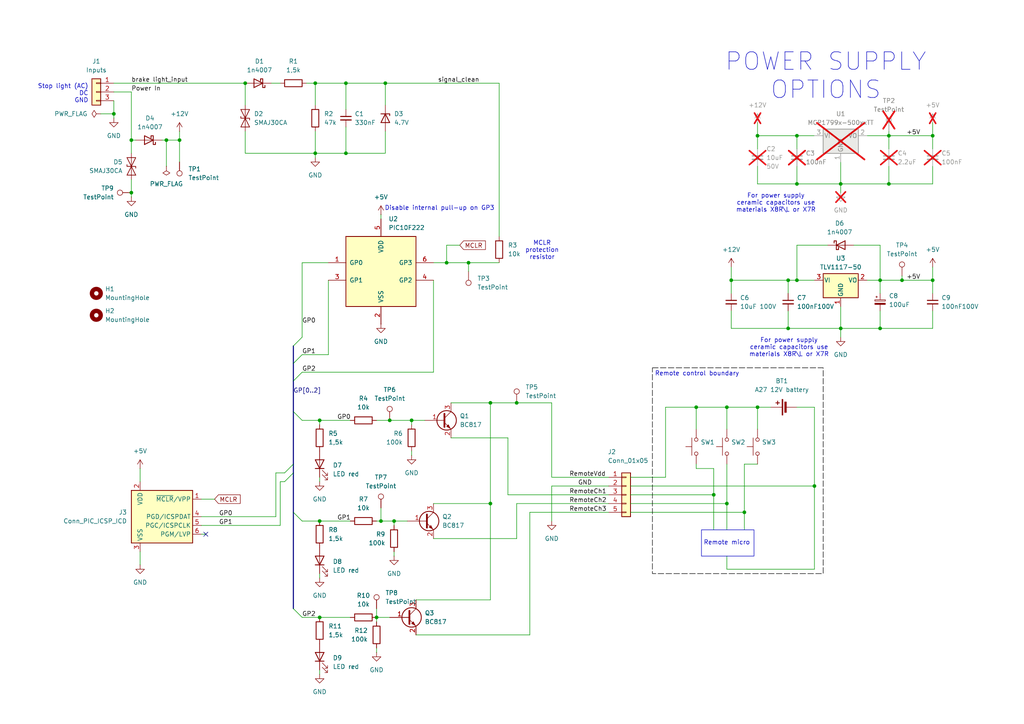
<source format=kicad_sch>
(kicad_sch (version 20231120) (generator "eeschema") (generator_version "8.0")
  (paper "A4")
  (title_block (title "BrakeTouch (Brake light gate opener)") (date "14 Mar 2025") (rev "01") (company "Adriano Arcadipane"))
  (lib_symbols
    (symbol "Connector:Conn_PIC_ICSP_ICD"
      (property "Reference" "J" (at 6.35 8.89 0))
      (property "Value" "Conn_PIC_ICSP_ICD" (at -8.89 -1.27 90))
      (symbol "Conn_PIC_ICSP_ICD_1_1"
        (pin passive line (at 12.7 5.08 180) (length 2.54) (name "~{MCLR}/VPP") (number "1"))
        (pin passive line (at -5.08 10.16 270) (length 2.54) (name "VDD") (number "2"))
        (pin power_in line (at -5.08 -10.16 90) (length 2.54) (name "VSS") (number "3"))
        (pin bidirectional line (at 12.7 0 180) (length 2.54) (name "PGD/ICSPDAT") (number "4"))
        (pin output line (at 12.7 -2.54 180) (length 2.54) (name "PGC/ICSPCLK") (number "5"))
        (pin output line (at 12.7 -5.08 180) (length 2.54) (name "PGM/LVP") (number "6"))
      )
    )
    (symbol "Connector:TestPoint" (pin_numbers hide) (pin_names (offset 0.762) hide)
      (property "Reference" "TP" (at 0 6.858 0))
      (property "Value" "TestPoint" (at 0 5.08 0))
      (symbol "TestPoint_1_1"
        (pin passive line (at 0 0 90) (length 2.54) (name "1") (number "1"))
      )
    )
    (symbol "Connector_Generic:Conn_01x03" (pin_names (offset 1.016) hide)
      (property "Reference" "J" (at 0 5.08 0))
      (property "Value" "Conn_01x03" (at 0 -5.08 0))
      (symbol "Conn_01x03_1_1"
        (pin passive line (at -5.08 2.54 0) (length 3.81) (name "Pin_1") (number "1"))
        (pin passive line (at -5.08 0 0) (length 3.81) (name "Pin_2") (number "2"))
        (pin passive line (at -5.08 -2.54 0) (length 3.81) (name "Pin_3") (number "3"))
      )
    )
    (symbol "Connector_Generic:Conn_01x05" (pin_names (offset 1.016) hide)
      (property "Reference" "J" (at 0 7.62 0))
      (property "Value" "Conn_01x05" (at 0 -7.62 0))
      (symbol "Conn_01x05_1_1"
        (pin passive line (at -5.08 5.08 0) (length 3.81) (name "Pin_1") (number "1"))
        (pin passive line (at -5.08 2.54 0) (length 3.81) (name "Pin_2") (number "2"))
        (pin passive line (at -5.08 0 0) (length 3.81) (name "Pin_3") (number "3"))
        (pin passive line (at -5.08 -2.54 0) (length 3.81) (name "Pin_4") (number "4"))
        (pin passive line (at -5.08 -5.08 0) (length 3.81) (name "Pin_5") (number "5"))
      )
    )
    (symbol "Device:Battery_Cell" (pin_numbers hide) (pin_names (offset 0) hide)
      (property "Reference" "BT" (at 2.54 2.54 0))
      (property "Value" "Battery_Cell" (at 2.54 0 0))
      (symbol "Battery_Cell_1_1"
        (pin passive line (at 0 5.08 270) (length 2.54) (name "+") (number "1"))
        (pin passive line (at 0 -2.54 90) (length 2.54) (name "-") (number "2"))
      )
    )
    (symbol "Device:C_Polarized_Small" (pin_numbers hide) (pin_names (offset 0.254) hide)
      (property "Reference" "C" (at 0.254 1.778 0))
      (property "Value" "C_Polarized_Small" (at 0.254 -2.032 0))
      (symbol "C_Polarized_Small_1_1"
        (pin passive line (at 0 2.54 270) (length 1.8542) (name "~") (number "1"))
        (pin passive line (at 0 -2.54 90) (length 1.8542) (name "~") (number "2"))
      )
    )
    (symbol "Device:C_Small" (pin_numbers hide) (pin_names (offset 0.254) hide)
      (property "Reference" "C" (at 0.254 1.778 0))
      (property "Value" "C_Small" (at 0.254 -2.032 0))
      (symbol "C_Small_1_1"
        (pin passive line (at 0 2.54 270) (length 2.032) (name "~") (number "1"))
        (pin passive line (at 0 -2.54 90) (length 2.032) (name "~") (number "2"))
      )
    )
    (symbol "Device:LED" (pin_numbers hide) (pin_names (offset 1.016) hide)
      (property "Reference" "D" (at 0 2.54 0))
      (property "Value" "LED" (at 0 -2.54 0))
      (symbol "LED_1_1"
        (pin passive line (at -3.81 0 0) (length 2.54) (name "K") (number "1"))
        (pin passive line (at 3.81 0 180) (length 2.54) (name "A") (number "2"))
      )
    )
    (symbol "Device:R" (pin_numbers hide) (pin_names (offset 0))
      (property "Reference" "R" (at 2.032 0 90))
      (property "Value" "R" (at 0 0 90))
      (symbol "R_1_1"
        (pin passive line (at 0 3.81 270) (length 1.27) (name "~") (number "1"))
        (pin passive line (at 0 -3.81 90) (length 1.27) (name "~") (number "2"))
      )
    )
    (symbol "Diode:BZV55C4V7" (pin_numbers hide) (pin_names hide)
      (property "Reference" "D" (at 0 2.54 0))
      (property "Value" "BZV55C4V7" (at 0 -2.54 0))
      (symbol "BZV55C4V7_1_1"
        (pin passive line (at -3.81 0 0) (length 2.54) (name "K") (number "1"))
        (pin passive line (at 3.81 0 180) (length 2.54) (name "A") (number "2"))
      )
    )
    (symbol "Diode:SMAJ30CA" (pin_numbers hide) (pin_names (offset 1.016) hide)
      (property "Reference" "D" (at 0 2.54 0))
      (property "Value" "SMAJ30CA" (at 0 -2.54 0))
      (symbol "SMAJ30CA_1_1"
        (pin passive line (at -3.81 0 0) (length 2.54) (name "A1") (number "1"))
        (pin passive line (at 3.81 0 180) (length 2.54) (name "A2") (number "2"))
      )
    )
    (symbol "Diode:SS210" (pin_numbers hide) (pin_names (offset 1.016) hide)
      (property "Reference" "D" (at 0 2.54 0))
      (property "Value" "SS210" (at 0 -2.54 0))
      (symbol "SS210_1_1"
        (pin passive line (at -3.81 0 0) (length 2.54) (name "K") (number "1"))
        (pin passive line (at 3.81 0 180) (length 2.54) (name "A") (number "2"))
      )
    )
    (symbol "MCU_Microchip_PIC10:PIC10F222-IOT" (pin_names (offset 1.016))
      (property "Reference" "U" (at 1.27 13.97 0))
      (property "Value" "PIC10F222-IOT" (at 1.27 11.43 0))
      (symbol "PIC10F222-IOT_1_1"
        (pin bidirectional line (at -15.24 2.54 0) (length 5.08) (name "GP0") (number "1"))
        (pin power_in line (at 0 -15.24 90) (length 5.08) (name "VSS") (number "2"))
        (pin bidirectional line (at -15.24 -2.54 0) (length 5.08) (name "GP1") (number "3"))
        (pin bidirectional line (at 15.24 -2.54 180) (length 5.08) (name "GP2") (number "4"))
        (pin power_in line (at 0 15.24 270) (length 5.08) (name "VDD") (number "5"))
        (pin input line (at 15.24 2.54 180) (length 5.08) (name "GP3") (number "6"))
      )
    )
    (symbol "Mechanical:MountingHole" (pin_names (offset 1.016)) (exclude_from_sim yes) (in_bom no)
      (property "Reference" "H" (at 0 5.08 0))
      (property "Value" "MountingHole" (at 0 3.175 0))
    )
    (symbol "Regulator_Linear:MCP1799x-500xxTT" (pin_names (offset 0.254))
      (property "Reference" "U" (at -3.81 3.175 0))
      (property "Value" "MCP1799x-500xxTT" (at 0 3.175 0))
      (symbol "MCP1799x-500xxTT_1_1"
        (pin power_in line (at 0 -7.62 90) (length 2.54) (name "GND") (number "1"))
        (pin power_out line (at 7.62 0 180) (length 2.54) (name "VO") (number "2"))
        (pin power_in line (at -7.62 0 0) (length 2.54) (name "VI") (number "3"))
      )
    )
    (symbol "Regulator_Linear:TLV1117-50" (pin_names (offset 0.254))
      (property "Reference" "U" (at -3.81 3.175 0))
      (property "Value" "TLV1117-50" (at 0 3.175 0))
      (symbol "TLV1117-50_1_1"
        (pin power_in line (at 0 -7.62 90) (length 2.54) (name "GND") (number "1"))
        (pin power_out line (at 7.62 0 180) (length 2.54) (name "VO") (number "2"))
        (pin power_in line (at -7.62 0 0) (length 2.54) (name "VI") (number "3"))
      )
    )
    (symbol "Switch:SW_MEC_5G" (pin_numbers hide) (pin_names (offset 1.016) hide)
      (property "Reference" "SW" (at 1.27 2.54 0))
      (property "Value" "SW_MEC_5G" (at 0 -1.524 0))
      (symbol "SW_MEC_5G_0_1"
        (pin passive line (at -5.08 0 0) (length 2.54) (name "A") (number "1"))
        (pin passive line (at 5.08 0 180) (length 2.54) (name "B") (number "3"))
      )
      (symbol "SW_MEC_5G_1_1"
        (pin passive line (at -5.08 0 0) (length 2.54) hide (name "A") (number "2"))
        (pin passive line (at 5.08 0 180) (length 2.54) hide (name "B") (number "4"))
      )
    )
    (symbol "Transistor_BJT:BC817" (pin_names (offset 0) hide)
      (property "Reference" "Q" (at 5.08 1.905 0))
      (property "Value" "BC817" (at 5.08 0 0))
      (symbol "BC817_1_1"
        (pin input line (at -5.08 0 0) (length 5.715) (name "B") (number "1"))
        (pin passive line (at 2.54 -5.08 90) (length 2.54) (name "E") (number "2"))
        (pin passive line (at 2.54 5.08 270) (length 2.54) (name "C") (number "3"))
      )
    )
    (symbol "power:+5V" (power) (pin_numbers hide) (pin_names (offset 0) hide)
      (property "Value" "+5V" (at 0 3.556 0))
      (symbol "+5V_1_1"
        (pin power_in line (at 0 0 90) (length 0) (name "~") (number "1"))
      )
    )
    (symbol "power:GND" (power) (pin_numbers hide) (pin_names (offset 0) hide)
      (property "Value" "GND" (at 0 -3.81 0))
      (symbol "GND_1_1"
        (pin power_in line (at 0 0 270) (length 0) (name "~") (number "1"))
      )
    )
    (symbol "power:PWR_FLAG" (power) (pin_numbers hide) (pin_names (offset 0) hide)
      (property "Value" "PWR_FLAG" (at 0 3.81 0))
      (symbol "PWR_FLAG_0_0"
        (pin power_out line (at 0 0 90) (length 0) (name "~") (number "1"))
      )
    )
  )
  (junction (at 228.6 81.28))
  (junction (at 210.82 118.11))
  (junction (at 33.02 33.02))
  (junction (at 91.44 24.13))
  (junction (at 48.26 40.64))
  (junction (at 207.01 143.51))
  (junction (at 135.89 76.2))
  (junction (at 100.33 44.45))
  (junction (at 231.14 53.34))
  (junction (at 142.24 116.84))
  (junction (at 91.44 44.45))
  (junction (at 111.76 24.13))
  (junction (at 119.38 121.92))
  (junction (at 109.22 179.07))
  (junction (at 270.51 81.28))
  (junction (at 100.33 24.13))
  (junction (at 201.93 118.11))
  (junction (at 92.71 151.13))
  (junction (at 215.9 148.59))
  (junction (at 92.71 179.07))
  (junction (at 210.82 146.05))
  (junction (at 212.09 81.28))
  (junction (at 219.71 118.11))
  (junction (at 257.81 53.34))
  (junction (at 243.84 53.34))
  (junction (at 71.12 24.13))
  (junction (at 110.49 151.13))
  (junction (at 236.22 140.97))
  (junction (at 113.03 121.92))
  (junction (at 270.51 39.37))
  (junction (at 255.27 95.25))
  (junction (at 219.71 39.37))
  (junction (at 149.86 116.84))
  (junction (at 231.14 39.37))
  (junction (at 228.6 95.25))
  (junction (at 129.54 76.2))
  (junction (at 38.1 40.64))
  (junction (at 257.81 39.37))
  (junction (at 243.84 95.25))
  (junction (at 114.3 151.13))
  (junction (at 261.62 81.28))
  (junction (at 142.24 146.05))
  (junction (at 231.14 81.28))
  (junction (at 52.07 40.64))
  (junction (at 92.71 121.92))
  (junction (at 255.27 81.28))
  (junction (at 38.1 55.88))
  (no_connect (at 59.69 154.94))
  (bus_entry (at 85.09 148.59) (size 2.54 2.54))
  (bus_entry (at 85.09 176.53) (size 2.54 2.54))
  (bus_entry (at 85.09 119.38) (size 2.54 2.54))
  (bus_entry (at 85.09 134.62) (size -2.54 2.54))
  (bus_entry (at 85.09 137.16) (size -2.54 2.54))
  (bus_entry (at 87.63 102.87) (size -2.54 2.54))
  (bus_entry (at 87.63 97.79) (size -2.54 2.54))
  (bus_entry (at 87.63 107.95) (size -2.54 2.54))
  (wire (pts (xy 109.22 179.07) (xy 109.22 180.34)))
  (wire (pts (xy 92.71 151.13) (xy 101.6 151.13)))
  (wire (pts (xy 144.78 24.13) (xy 144.78 68.58)))
  (wire (pts (xy 135.89 76.2) (xy 144.78 76.2)))
  (wire (pts (xy 243.84 53.34) (xy 257.81 53.34)))
  (wire (pts (xy 243.84 88.9) (xy 243.84 95.25)))
  (wire (pts (xy 261.62 80.01) (xy 261.62 81.28)))
  (wire (pts (xy 48.26 40.64) (xy 48.26 48.26)))
  (wire (pts (xy 176.53 140.97) (xy 160.02 140.97)))
  (wire (pts (xy 270.51 43.18) (xy 270.51 39.37)))
  (wire (pts (xy 111.76 44.45) (xy 100.33 44.45)))
  (wire (pts (xy 114.3 151.13) (xy 118.11 151.13)))
  (wire (pts (xy 210.82 146.05) (xy 210.82 153.67)))
  (wire (pts (xy 257.81 48.26) (xy 257.81 53.34)))
  (wire (pts (xy 255.27 81.28) (xy 251.46 81.28)))
  (wire (pts (xy 210.82 134.62) (xy 210.82 146.05)))
  (wire (pts (xy 236.22 140.97) (xy 236.22 165.1)))
  (wire (pts (xy 119.38 121.92) (xy 119.38 123.19)))
  (wire (pts (xy 95.25 81.28) (xy 95.25 102.87)))
  (wire (pts (xy 52.07 38.1) (xy 52.07 40.64)))
  (wire (pts (xy 109.22 151.13) (xy 110.49 151.13)))
  (wire (pts (xy 87.63 76.2) (xy 95.25 76.2)))
  (wire (pts (xy 125.73 107.95) (xy 87.63 107.95)))
  (wire (pts (xy 231.14 53.34) (xy 243.84 53.34)))
  (wire (pts (xy 257.81 38.1) (xy 257.81 39.37)))
  (wire (pts (xy 142.24 116.84) (xy 142.24 146.05)))
  (wire (pts (xy 125.73 146.05) (xy 142.24 146.05)))
  (wire (pts (xy 114.3 151.13) (xy 114.3 152.4)))
  (wire (pts (xy 142.24 146.05) (xy 142.24 173.99)))
  (wire (pts (xy 243.84 53.34) (xy 243.84 55.88)))
  (wire (pts (xy 113.03 121.92) (xy 119.38 121.92)))
  (wire (pts (xy 228.6 81.28) (xy 228.6 85.09)))
  (wire (pts (xy 160.02 116.84) (xy 149.86 116.84)))
  (wire (pts (xy 247.65 71.12) (xy 255.27 71.12)))
  (wire (pts (xy 219.71 118.11) (xy 219.71 124.46)))
  (wire (pts (xy 149.86 146.05) (xy 176.53 146.05)))
  (wire (pts (xy 149.86 156.21) (xy 125.73 156.21)))
  (wire (pts (xy 219.71 118.11) (xy 210.82 118.11)))
  (wire (pts (xy 91.44 38.1) (xy 91.44 44.45)))
  (wire (pts (xy 33.02 33.02) (xy 33.02 34.29)))
  (wire (pts (xy 215.9 148.59) (xy 215.9 153.67)))
  (wire (pts (xy 231.14 81.28) (xy 228.6 81.28)))
  (wire (pts (xy 88.9 24.13) (xy 91.44 24.13)))
  (wire (pts (xy 231.14 39.37) (xy 236.22 39.37)))
  (wire (pts (xy 91.44 24.13) (xy 100.33 24.13)))
  (wire (pts (xy 87.63 151.13) (xy 92.71 151.13)))
  (wire (pts (xy 110.49 151.13) (xy 114.3 151.13)))
  (wire (pts (xy 219.71 35.56) (xy 219.71 39.37)))
  (wire (pts (xy 92.71 179.07) (xy 101.6 179.07)))
  (wire (pts (xy 109.22 187.96) (xy 109.22 189.23)))
  (wire (pts (xy 38.1 26.67) (xy 38.1 40.64)))
  (wire (pts (xy 160.02 138.43) (xy 176.53 138.43)))
  (wire (pts (xy 215.9 134.62) (xy 215.9 148.59)))
  (wire (pts (xy 257.81 39.37) (xy 257.81 43.18)))
  (wire (pts (xy 100.33 44.45) (xy 91.44 44.45)))
  (wire (pts (xy 231.14 48.26) (xy 231.14 53.34)))
  (wire (pts (xy 100.33 36.83) (xy 100.33 44.45)))
  (wire (pts (xy 236.22 118.11) (xy 236.22 140.97)))
  (wire (pts (xy 38.1 40.64) (xy 39.37 40.64)))
  (wire (pts (xy 91.44 44.45) (xy 91.44 45.72)))
  (wire (pts (xy 228.6 95.25) (xy 243.84 95.25)))
  (bus (pts (xy 85.09 119.38) (xy 85.09 134.62)))
  (wire (pts (xy 111.76 38.1) (xy 111.76 44.45)))
  (wire (pts (xy 100.33 31.75) (xy 100.33 24.13)))
  (wire (pts (xy 270.51 90.17) (xy 270.51 95.25)))
  (wire (pts (xy 255.27 81.28) (xy 255.27 85.09)))
  (wire (pts (xy 210.82 118.11) (xy 210.82 124.46)))
  (wire (pts (xy 270.51 85.09) (xy 270.51 81.28)))
  (wire (pts (xy 91.44 24.13) (xy 91.44 30.48)))
  (wire (pts (xy 71.12 44.45) (xy 91.44 44.45)))
  (wire (pts (xy 212.09 81.28) (xy 212.09 85.09)))
  (wire (pts (xy 251.46 39.37) (xy 257.81 39.37)))
  (wire (pts (xy 270.51 77.47) (xy 270.51 81.28)))
  (bus (pts (xy 85.09 148.59) (xy 85.09 176.53)))
  (bus (pts (xy 85.09 137.16) (xy 85.09 148.59)))
  (wire (pts (xy 81.28 139.7) (xy 81.28 152.4)))
  (wire (pts (xy 29.21 33.02) (xy 33.02 33.02)))
  (wire (pts (xy 81.28 152.4) (xy 58.42 152.4)))
  (wire (pts (xy 236.22 165.1) (xy 210.82 165.1)))
  (wire (pts (xy 231.14 71.12) (xy 231.14 81.28)))
  (wire (pts (xy 59.69 154.94) (xy 58.42 154.94)))
  (wire (pts (xy 193.04 118.11) (xy 193.04 138.43)))
  (wire (pts (xy 129.54 71.12) (xy 129.54 76.2)))
  (wire (pts (xy 33.02 24.13) (xy 71.12 24.13)))
  (wire (pts (xy 58.42 144.78) (xy 62.23 144.78)))
  (wire (pts (xy 92.71 194.31) (xy 92.71 195.58)))
  (bus (pts (xy 85.09 100.33) (xy 85.09 105.41)))
  (wire (pts (xy 71.12 38.1) (xy 71.12 44.45)))
  (wire (pts (xy 48.26 40.64) (xy 52.07 40.64)))
  (wire (pts (xy 92.71 166.37) (xy 92.71 167.64)))
  (wire (pts (xy 160.02 140.97) (xy 160.02 151.13)))
  (wire (pts (xy 243.84 95.25) (xy 255.27 95.25)))
  (wire (pts (xy 270.51 81.28) (xy 261.62 81.28)))
  (bus (pts (xy 85.09 134.62) (xy 85.09 137.16)))
  (wire (pts (xy 81.28 139.7) (xy 82.55 139.7)))
  (wire (pts (xy 236.22 118.11) (xy 231.14 118.11)))
  (wire (pts (xy 87.63 179.07) (xy 92.71 179.07)))
  (wire (pts (xy 182.88 146.05) (xy 210.82 146.05)))
  (wire (pts (xy 231.14 81.28) (xy 236.22 81.28)))
  (wire (pts (xy 182.88 143.51) (xy 207.01 143.51)))
  (wire (pts (xy 243.84 95.25) (xy 243.84 97.79)))
  (wire (pts (xy 231.14 39.37) (xy 231.14 43.18)))
  (wire (pts (xy 80.01 149.86) (xy 58.42 149.86)))
  (wire (pts (xy 201.93 118.11) (xy 201.93 124.46)))
  (wire (pts (xy 212.09 77.47) (xy 212.09 81.28)))
  (wire (pts (xy 38.1 52.07) (xy 38.1 55.88)))
  (wire (pts (xy 40.64 135.89) (xy 40.64 139.7)))
  (wire (pts (xy 219.71 39.37) (xy 219.71 43.18)))
  (wire (pts (xy 125.73 81.28) (xy 125.73 107.95)))
  (wire (pts (xy 270.51 48.26) (xy 270.51 53.34)))
  (wire (pts (xy 114.3 160.02) (xy 114.3 161.29)))
  (wire (pts (xy 255.27 81.28) (xy 261.62 81.28)))
  (wire (pts (xy 120.65 184.15) (xy 153.67 184.15)))
  (wire (pts (xy 130.81 127) (xy 147.32 127)))
  (wire (pts (xy 142.24 116.84) (xy 149.86 116.84)))
  (wire (pts (xy 120.65 173.99) (xy 142.24 173.99)))
  (wire (pts (xy 130.81 116.84) (xy 142.24 116.84)))
  (wire (pts (xy 149.86 146.05) (xy 149.86 156.21)))
  (wire (pts (xy 129.54 76.2) (xy 135.89 76.2)))
  (wire (pts (xy 219.71 134.62) (xy 215.9 134.62)))
  (wire (pts (xy 182.88 140.97) (xy 236.22 140.97)))
  (wire (pts (xy 111.76 24.13) (xy 144.78 24.13)))
  (wire (pts (xy 240.03 71.12) (xy 231.14 71.12)))
  (wire (pts (xy 119.38 121.92) (xy 123.19 121.92)))
  (wire (pts (xy 87.63 76.2) (xy 87.63 97.79)))
  (wire (pts (xy 92.71 138.43) (xy 92.71 139.7)))
  (wire (pts (xy 255.27 71.12) (xy 255.27 81.28)))
  (wire (pts (xy 228.6 81.28) (xy 212.09 81.28)))
  (wire (pts (xy 38.1 40.64) (xy 38.1 44.45)))
  (bus (pts (xy 85.09 110.49) (xy 85.09 119.38)))
  (wire (pts (xy 100.33 24.13) (xy 111.76 24.13)))
  (bus (pts (xy 85.09 105.41) (xy 85.09 110.49)))
  (wire (pts (xy 52.07 46.99) (xy 52.07 40.64)))
  (wire (pts (xy 201.93 118.11) (xy 193.04 118.11)))
  (wire (pts (xy 270.51 39.37) (xy 257.81 39.37)))
  (wire (pts (xy 119.38 130.81) (xy 119.38 132.08)))
  (wire (pts (xy 223.52 118.11) (xy 219.71 118.11)))
  (wire (pts (xy 40.64 160.02) (xy 40.64 163.83)))
  (wire (pts (xy 92.71 121.92) (xy 101.6 121.92)))
  (wire (pts (xy 201.93 134.62) (xy 201.93 135.89)))
  (wire (pts (xy 257.81 53.34) (xy 270.51 53.34)))
  (wire (pts (xy 109.22 179.07) (xy 113.03 179.07)))
  (wire (pts (xy 207.01 143.51) (xy 207.01 153.67)))
  (wire (pts (xy 109.22 121.92) (xy 113.03 121.92)))
  (wire (pts (xy 87.63 121.92) (xy 92.71 121.92)))
  (wire (pts (xy 147.32 143.51) (xy 176.53 143.51)))
  (wire (pts (xy 80.01 137.16) (xy 80.01 149.86)))
  (wire (pts (xy 147.32 127) (xy 147.32 143.51)))
  (wire (pts (xy 133.35 71.12) (xy 129.54 71.12)))
  (wire (pts (xy 125.73 76.2) (xy 129.54 76.2)))
  (wire (pts (xy 48.26 40.64) (xy 46.99 40.64)))
  (wire (pts (xy 255.27 95.25) (xy 270.51 95.25)))
  (wire (pts (xy 270.51 35.56) (xy 270.51 39.37)))
  (wire (pts (xy 80.01 137.16) (xy 82.55 137.16)))
  (wire (pts (xy 110.49 147.32) (xy 110.49 151.13)))
  (wire (pts (xy 109.22 176.53) (xy 109.22 179.07)))
  (wire (pts (xy 212.09 95.25) (xy 212.09 90.17)))
  (wire (pts (xy 228.6 90.17) (xy 228.6 95.25)))
  (wire (pts (xy 71.12 24.13) (xy 71.12 30.48)))
  (wire (pts (xy 219.71 53.34) (xy 219.71 48.26)))
  (wire (pts (xy 160.02 116.84) (xy 160.02 138.43)))
  (wire (pts (xy 153.67 148.59) (xy 176.53 148.59)))
  (wire (pts (xy 38.1 55.88) (xy 38.1 57.15)))
  (wire (pts (xy 219.71 39.37) (xy 231.14 39.37)))
  (wire (pts (xy 219.71 53.34) (xy 231.14 53.34)))
  (wire (pts (xy 111.76 24.13) (xy 111.76 30.48)))
  (wire (pts (xy 87.63 102.87) (xy 95.25 102.87)))
  (wire (pts (xy 78.74 24.13) (xy 81.28 24.13)))
  (wire (pts (xy 210.82 118.11) (xy 201.93 118.11)))
  (wire (pts (xy 182.88 138.43) (xy 193.04 138.43)))
  (wire (pts (xy 38.1 26.67) (xy 33.02 26.67)))
  (wire (pts (xy 110.49 62.23) (xy 110.49 63.5)))
  (wire (pts (xy 210.82 161.29) (xy 210.82 165.1)))
  (wire (pts (xy 182.88 148.59) (xy 215.9 148.59)))
  (wire (pts (xy 92.71 121.92) (xy 92.71 123.19)))
  (wire (pts (xy 255.27 90.17) (xy 255.27 95.25)))
  (wire (pts (xy 207.01 135.89) (xy 207.01 143.51)))
  (wire (pts (xy 243.84 46.99) (xy 243.84 53.34)))
  (wire (pts (xy 201.93 135.89) (xy 207.01 135.89)))
  (wire (pts (xy 153.67 148.59) (xy 153.67 184.15)))
  (wire (pts (xy 212.09 95.25) (xy 228.6 95.25)))
  (wire (pts (xy 135.89 76.2) (xy 135.89 78.74)))
  (wire (pts (xy 33.02 29.21) (xy 33.02 33.02)))
  (rectangle (start 189.23 106.68) (end 238.76 166.37) (stroke (width 0) (type dash) (color 0 0 0 1)))
  (rectangle (start 203.454 153.67) (end 218.694 161.29))
  (text "POWER SUPPLY\nOPTIONS" (at 239.522 22.098 0) (effects (font (size 5.08 5.08))))
  (text "For power supply\nceramic capacitors use\nmaterials X8R\\L or X7R" (at 225.044 58.928 0) (effects (font (size 1.27 1.27))))
  (text "Remote control boundary" (at 202.184 108.458 0) (effects (font (size 1.27 1.27))))
  (text "For power supply\nceramic capacitors use\nmaterials X8R\\L or X7R" (at 228.854 100.838 0) (effects (font (size 1.27 1.27))))
  (text "Remote micro" (at 210.82 157.48 0) (effects (font (size 1.27 1.27))))
  (text "Disable internal pull-up on GP3" (at 127.508 60.452 0) (effects (font (size 1.27 1.27))))
  (text "MCLR\nprotection\nresistor" (at 157.226 72.644 0) (effects (font (size 1.27 1.27))))
  (text "Stop light (AC)\nDC\nGND" (at 25.654 27.178 0) (effects (font (size 1.27 1.27)) (justify right)))
  (label "GP2" (at 87.63 107.95 0))
  (label "GP1" (at 63.5 152.4 0))
  (label "RemoteCh3" (at 165.1 148.59 0))
  (label "Power In" (at 38.1 26.67 0))
  (label "RemoteCh1" (at 165.1 143.51 0))
  (label "RemoteCh2" (at 165.1 146.05 0))
  (label "GP1" (at 87.63 102.87 0))
  (label "RemoteVdd" (at 165.1 138.43 0))
  (label "GP0" (at 87.63 93.98 0))
  (label "GP0" (at 97.79 121.92 0))
  (label "GP[0..2]" (at 85.09 114.3 0))
  (label "brake light_input" (at 38.1 24.13 0))
  (label "+5V" (at 262.89 81.28 0))
  (label "GP0" (at 63.5 149.86 0))
  (label "+5V" (at 262.89 39.37 0))
  (label "GP2" (at 87.63 179.07 0))
  (label "signal_clean" (at 127 24.13 0))
  (label "GP1" (at 97.79 151.13 0))
  (label "GND" (at 167.64 140.97 0))
  (global_label "MCLR" (shape input) (at 62.23 144.78 0) (property "Intersheetrefs" "${INTERSHEET_REFS}" (effects (hide yes))))
  (global_label "MCLR" (shape input) (at 133.35 71.12 0) (property "Intersheetrefs" "${INTERSHEET_REFS}" (effects (hide yes))))
  (symbol (lib_id "power:GND") (at 243.84 97.79 0) (unit 1)
    (property "Reference" "#PWR013" (effects (hide yes)))
    (property "Value" "GND" (at 243.84 102.87 0))
    (property "Description" "Power symbol creates a global label with name \"GND\" , ground" (effects (hide yes)))
  )
  (symbol (lib_id "Device:R") (at 85.09 24.13 270) (unit 1)
    (property "Reference" "R1" (at 85.09 17.78 90))
    (property "Value" "1,5k" (at 85.09 20.32 90))
    (property "Footprint" "Resistor_SMD:R_0805_2012Metric" (effects (hide yes)))
    (property "Datasheet" "https://jlcpcb.com/api/file/downloadByFileSystemAccessId/8579706440690286592" (effects (hide yes)))
    (property "Description" "Resistor" (effects (hide yes)))
    (property "P/N" "0805W8F1501T5E" (effects (hide yes)))
  )
  (symbol (lib_id "Device:R") (at 105.41 179.07 90) (unit 1)
    (property "Reference" "R10" (at 105.41 172.72 90))
    (property "Value" "10k" (at 105.41 175.26 90))
    (property "Footprint" "Resistor_SMD:R_0805_2012Metric" (effects (hide yes)))
    (property "Datasheet" "https://jlcpcb.com/api/file/downloadByFileSystemAccessId/8579706440690286592" (effects (hide yes)))
    (property "Description" "Resistor" (effects (hide yes)))
    (property "P/N" "0805W8F1002T5E" (effects (hide yes)))
  )
  (symbol (lib_id "Device:C_Small") (at 257.81 45.72 0) (unit 1) (exclude_from_sim yes) (in_bom no) (on_board no) (dnp yes)
    (property "Reference" "C4" (at 260.35 44.4562 0) (effects (justify left)))
    (property "Value" "2.2uF" (at 260.35 46.9962 0) (effects (justify left)))
    (property "Footprint" "Capacitor_SMD:C_0805_2012Metric" (effects (hide yes)))
    (property "Datasheet" "Samsung" (effects (hide yes)))
    (property "Description" "Unpolarized capacitor, small symbol" (effects (hide yes)))
    (property "P/N" "CL21A225KBQNNNE" (effects (hide yes)))
  )
  (symbol (lib_id "Mechanical:MountingHole") (at 27.94 85.09 0) (unit 1) (exclude_from_sim yes) (in_bom no)
    (property "Reference" "H1" (at 30.48 83.8199 0) (effects (justify left)))
    (property "Value" "MountingHole" (at 30.48 86.3599 0) (effects (justify left)))
    (property "Footprint" "MountingHole:MountingHole_3.2mm_M3" (effects (hide yes)))
    (property "Description" "Mounting Hole without connection" (effects (hide yes)))
  )
  (symbol (lib_id "Device:C_Small") (at 212.09 87.63 0) (unit 1)
    (property "Reference" "C6" (at 214.63 86.3662 0) (effects (justify left)))
    (property "Value" "10uF 100V" (at 214.63 88.9062 0) (effects (justify left)))
    (property "Footprint" "Capacitor_SMD:C_1210_3225Metric" (effects (hide yes)))
    (property "Datasheet" "https://www.lcsc.com/datasheet/lcsc_datasheet_2410121942_Murata-Electronics-GRM32EC72A106KE05L_C576517.pdf" (effects (hide yes)))
    (property "Description" "Unpolarized capacitor, small symbol" (effects (hide yes)))
    (property "P/N" "GRM32EC72A106KE05L" (effects (hide yes)))
  )
  (symbol (lib_id "Connector_Generic:Conn_01x05") (at 181.61 143.51 0) (unit 1)
    (property "Reference" "J2" (at 176.276 131.064 0) (effects (justify left)))
    (property "Value" "Conn_01x05" (at 176.276 133.604 0) (effects (justify left)))
    (property "Footprint" "Connector_PinHeader_2.54mm:PinHeader_1x05_P2.54mm_Vertical" (effects (hide yes)))
    (property "Description" "Generic connector, single row, 01x05, script generated (kicad-library-utils/schlib/autogen/connector/)" (effects (hide yes)))
    (property "P/N" "PinHeader_1x05_P2.54mm_Vertical" (effects (hide yes)))
  )
  (symbol (lib_id "Device:LED") (at 92.71 190.5 90) (unit 1)
    (property "Reference" "D9" (at 96.52 190.8174 90) (effects (justify right)))
    (property "Value" "LED red" (at 96.52 193.3574 90) (effects (justify right)))
    (property "Footprint" "LED_SMD:LED_0805_2012Metric" (effects (hide yes)))
    (property "Datasheet" "https://www.lcsc.com/datasheet/lcsc_datasheet_2409272203_Foshan-NationStar-Optoelectronics-NCD0805R1_C84256.pdf" (effects (hide yes)))
    (property "Description" "Light emitting diode" (effects (hide yes)))
    (property "P/N" "NCD0805R1" (effects (hide yes)))
  )
  (symbol (lib_id "Device:C_Polarized_Small") (at 255.27 87.63 0) (unit 1)
    (property "Reference" "C8" (at 257.81 85.8138 0) (effects (justify left)))
    (property "Value" "100uF" (at 257.81 88.3538 0) (effects (justify left)))
    (property "Footprint" "Capacitor_SMD:CP_Elec_6.3x7.7" (effects (hide yes)))
    (property "Datasheet" "https://www.lcsc.com/datasheet/lcsc_datasheet_2410121622_NCC-Nippon-Chemi-Con-EMZA350ARA101MF80G_C2972719.pdf" (effects (hide yes)))
    (property "Description" "Polarized capacitor, small symbol" (effects (hide yes)))
    (property "P/N" "EMZA350ARA101MF80G" (effects (hide yes)))
  )
  (symbol (lib_id "Connector:TestPoint") (at 52.07 46.99 180) (unit 1)
    (property "Reference" "TP1" (at 54.61 49.0219 0) (effects (justify right)))
    (property "Value" "TestPoint" (at 54.61 51.5619 0) (effects (justify right)))
    (property "Footprint" "AA_MyLibrary:My-TestPoint_Pad_D1.0mm" (effects (hide yes)))
    (property "Description" "test point" (effects (hide yes)))
  )
  (symbol (lib_id "Device:Battery_Cell") (at 228.6 118.11 90) (unit 1) (in_bom no) (on_board no)
    (property "Reference" "BT1" (at 226.7585 110.49 90))
    (property "Value" "A27 12V battery" (at 226.7585 113.03 90))
    (property "Description" "Single-cell battery" (effects (hide yes)))
  )
  (symbol (lib_id "Transistor_BJT:BC817") (at 118.11 179.07 0) (unit 1)
    (property "Reference" "Q3" (at 123.19 177.7999 0) (effects (justify left)))
    (property "Value" "BC817" (at 123.19 180.3399 0) (effects (justify left)))
    (property "Footprint" "Package_TO_SOT_SMD:SOT-23" (effects (hide yes)))
    (property "Datasheet" "https://www.onsemi.com/pub/Collateral/BC818-D.pdf" (effects (hide yes)))
    (property "Description" "0.8A Ic, 45V Vce, NPN Transistor, SOT-23" (effects (hide yes)))
    (property "P/N" "BC817" (effects (hide yes)))
  )
  (symbol (lib_id "Diode:SMAJ30CA") (at 38.1 48.26 90) (unit 1)
    (property "Reference" "D5" (at 35.56 46.9899 90) (effects (justify left)))
    (property "Value" "SMAJ30CA" (at 35.56 49.5299 90) (effects (justify left)))
    (property "Footprint" "Diode_SMD:D_SMA" (effects (hide yes)))
    (property "Datasheet" "https://www.littelfuse.com/media?resourcetype=datasheets&itemid=75e32973-b177-4ee3-a0ff-cedaf1abdb93&filename=smaj-datasheet" (effects (hide yes)))
    (property "Description" "400W bidirectional Transient Voltage Suppressor, 30.0Vr, SMA(DO-214AC)" (effects (hide yes)))
    (property "P/N" "SMAJ30CA" (effects (hide yes)))
  )
  (symbol (lib_id "power:+5V") (at 110.49 62.23 0) (unit 1)
    (property "Reference" "#PWR05" (effects (hide yes)))
    (property "Value" "+5V" (at 110.49 57.15 0))
    (property "Description" "Power symbol creates a global label with name \"+5V\"" (effects (hide yes)))
  )
  (symbol (lib_id "power:+5V") (at 212.09 77.47 0) (unit 1)
    (property "Reference" "#PWR010" (effects (hide yes)))
    (property "Value" "+12V" (at 212.09 72.39 0))
    (property "Description" "Power symbol creates a global label with name \"+5V\"" (effects (hide yes)))
  )
  (symbol (lib_id "Device:R") (at 92.71 127 0) (unit 1)
    (property "Reference" "R5" (at 95.25 125.7299 0) (effects (justify left)))
    (property "Value" "1,5k" (at 95.25 128.2699 0) (effects (justify left)))
    (property "Footprint" "Resistor_SMD:R_0805_2012Metric" (effects (hide yes)))
    (property "Datasheet" "https://jlcpcb.com/api/file/downloadByFileSystemAccessId/8579706440690286592" (effects (hide yes)))
    (property "Description" "Resistor" (effects (hide yes)))
    (property "P/N" "0805W8F1501T5E" (effects (hide yes)))
  )
  (symbol (lib_id "MCU_Microchip_PIC10:PIC10F222-IOT") (at 110.49 78.74 0) (unit 1)
    (property "Reference" "U2" (at 112.6841 63.5 0) (effects (justify left)))
    (property "Value" "PIC10F222" (at 112.6841 66.04 0) (effects (justify left)))
    (property "Footprint" "Package_TO_SOT_SMD:SOT-23-6" (effects (hide yes)))
    (property "Datasheet" "http://ww1.microchip.com/downloads/en/DeviceDoc/41270E.pdf" (effects (hide yes)))
    (property "Description" "512W Flash, 24B SRAM, SOT-23-6" (effects (hide yes)))
    (property "P/N" " PIC10F222T-E/OT" (effects (hide yes)))
  )
  (symbol (lib_id "power:GND") (at 109.22 189.23 0) (unit 1)
    (property "Reference" "#PWR020" (effects (hide yes)))
    (property "Value" "GND" (at 109.22 194.31 0))
    (property "Description" "Power symbol creates a global label with name \"GND\" , ground" (effects (hide yes)))
  )
  (symbol (lib_id "power:PWR_FLAG") (at 48.26 48.26 180) (unit 1)
    (property "Reference" "#FLG02" (effects (hide yes)))
    (property "Value" "PWR_FLAG" (at 48.26 53.34 0))
    (property "Description" "Special symbol for telling ERC where power comes from" (effects (hide yes)))
  )
  (symbol (lib_id "power:GND") (at 114.3 161.29 0) (unit 1)
    (property "Reference" "#PWR017" (effects (hide yes)))
    (property "Value" "GND" (at 114.3 166.37 0))
    (property "Description" "Power symbol creates a global label with name \"GND\" , ground" (effects (hide yes)))
  )
  (symbol (lib_id "Device:C_Small") (at 231.14 45.72 0) (unit 1) (exclude_from_sim yes) (in_bom no) (on_board no) (dnp yes)
    (property "Reference" "C3" (at 233.68 44.4562 0) (effects (justify left)))
    (property "Value" "100nF" (at 233.68 46.9962 0) (effects (justify left)))
    (property "Footprint" "Capacitor_SMD:C_0805_2012Metric" (effects (hide yes)))
    (property "Datasheet" "Samsung CL21B104KCFNNNE" (effects (hide yes)))
    (property "Description" "Unpolarized capacitor, small symbol" (effects (hide yes)))
  )
  (symbol (lib_id "Diode:SS210") (at 74.93 24.13 180) (unit 1)
    (property "Reference" "D1" (at 75.2475 17.78 0))
    (property "Value" "1n4007" (at 75.2475 20.32 0))
    (property "Footprint" "AA_MyLibrary:D_SOD-123FL" (effects (hide yes)))
    (property "Datasheet" "https://www.lcsc.com/datasheet/lcsc_datasheet_2410121951_TWGMC-1N4007_C727082.pdf" (effects (hide yes)))
    (property "Description" "Diode" (effects (hide yes)))
    (property "P/N" "1N4007" (effects (hide yes)))
  )
  (symbol (lib_id "power:GND") (at 38.1 57.15 0) (unit 1)
    (property "Reference" "#PWR04" (effects (hide yes)))
    (property "Value" "GND" (at 38.1 62.23 0))
    (property "Description" "Power symbol creates a global label with name \"GND\" , ground" (effects (hide yes)))
  )
  (symbol (lib_id "power:GND") (at 92.71 167.64 0) (unit 1)
    (property "Reference" "#PWR019" (effects (hide yes)))
    (property "Value" "GND" (at 92.71 172.72 0))
    (property "Description" "Power symbol creates a global label with name \"GND\" , ground" (effects (hide yes)))
  )
  (symbol (lib_id "Mechanical:MountingHole") (at 27.94 91.44 0) (unit 1) (exclude_from_sim yes) (in_bom no)
    (property "Reference" "H2" (at 30.48 90.1699 0) (effects (justify left)))
    (property "Value" "MountingHole" (at 30.48 92.7099 0) (effects (justify left)))
    (property "Footprint" "MountingHole:MountingHole_3.2mm_M3" (effects (hide yes)))
    (property "Description" "Mounting Hole without connection" (effects (hide yes)))
  )
  (symbol (lib_id "power:GND") (at 33.02 34.29 0) (unit 1)
    (property "Reference" "#PWR01" (effects (hide yes)))
    (property "Value" "GND" (at 33.02 39.37 0))
    (property "Description" "Power symbol creates a global label with name \"GND\" , ground" (effects (hide yes)))
  )
  (symbol (lib_id "Connector:TestPoint") (at 261.62 80.01 0) (unit 1)
    (property "Reference" "TP4" (at 261.62 71.12 0))
    (property "Value" "TestPoint" (at 261.62 73.66 0))
    (property "Footprint" "AA_MyLibrary:My-TestPoint_Pad_D1.0mm" (effects (hide yes)))
    (property "Description" "test point" (effects (hide yes)))
  )
  (symbol (lib_id "power:GND") (at 119.38 132.08 0) (unit 1)
    (property "Reference" "#PWR014" (effects (hide yes)))
    (property "Value" "GND" (at 119.38 137.16 0))
    (property "Description" "Power symbol creates a global label with name \"GND\" , ground" (effects (hide yes)))
  )
  (symbol (lib_id "Device:C_Small") (at 100.33 34.29 0) (unit 1)
    (property "Reference" "C1" (at 102.87 33.0262 0) (effects (justify left)))
    (property "Value" "330nF" (at 102.87 35.5662 0) (effects (justify left)))
    (property "Footprint" "Capacitor_SMD:C_0805_2012Metric" (effects (hide yes)))
    (property "Datasheet" "https://www.lcsc.com/datasheet/lcsc_datasheet_1810191226_Samsung-Electro-Mechanics-CL21B334KBFNNNE_C73142.pdf" (effects (hide yes)))
    (property "Description" "Unpolarized capacitor, small symbol" (effects (hide yes)))
    (property "P/N" "CL21B334KBFNNNE" (effects (hide yes)))
  )
  (symbol (lib_id "power:GND") (at 243.84 55.88 0) (unit 1) (exclude_from_sim yes) (in_bom no) (on_board no) (dnp yes)
    (property "Reference" "#PWR08" (effects (hide yes)))
    (property "Value" "GND" (at 243.84 60.96 0))
    (property "Description" "Power symbol creates a global label with name \"GND\" , ground" (effects (hide yes)))
  )
  (symbol (lib_id "Regulator_Linear:TLV1117-50") (at 243.84 81.28 0) (unit 1)
    (property "Reference" "U3" (at 243.84 74.93 0))
    (property "Value" "TLV1117-50" (at 243.84 77.47 0))
    (property "Footprint" "Package_TO_SOT_SMD:SOT-223-3_TabPin2" (effects (hide yes)))
    (property "Datasheet" "http://www.ti.com/lit/ds/symlink/tlv1117.pdf" (effects (hide yes)))
    (property "Description" "800mA Low-Dropout Linear Regulator, 5.0V fixed output, TO-220/TO-252/TO-263/SOT-223" (effects (hide yes)))
    (property "P/N" "TLV1117-50IDCY" (effects (hide yes)))
  )
  (symbol (lib_id "Device:C_Small") (at 270.51 45.72 0) (unit 1) (exclude_from_sim yes) (in_bom no) (on_board no) (dnp yes)
    (property "Reference" "C5" (at 273.05 44.4562 0) (effects (justify left)))
    (property "Value" "100nF" (at 273.05 46.9962 0) (effects (justify left)))
    (property "Footprint" "Capacitor_SMD:C_0805_2012Metric" (effects (hide yes)))
    (property "Datasheet" "Samsung CL21B104KCFNNNE" (effects (hide yes)))
    (property "Description" "Unpolarized capacitor, small symbol" (effects (hide yes)))
  )
  (symbol (lib_id "Connector:TestPoint") (at 149.86 116.84 0) (unit 1)
    (property "Reference" "TP5" (at 152.4 112.2679 0) (effects (justify left)))
    (property "Value" "TestPoint" (at 152.4 114.8079 0) (effects (justify left)))
    (property "Footprint" "AA_MyLibrary:My-TestPoint_Pad_D1.0mm" (effects (hide yes)))
    (property "Description" "test point" (effects (hide yes)))
  )
  (symbol (lib_id "Switch:SW_MEC_5G") (at 219.71 129.54 90) (unit 1) (in_bom no) (on_board no)
    (property "Reference" "SW3" (at 220.98 128.2699 90) (effects (justify right)))
    (property "Value" "SW_MEC_5G" (effects (hide yes)))
    (property "Datasheet" "http://www.apem.com/int/index.php?controller=attachment&id_attachment=488" (effects (hide yes)))
    (property "Description" "MEC 5G single pole normally-open tactile switch" (effects (hide yes)))
  )
  (symbol (lib_id "Regulator_Linear:MCP1799x-500xxTT") (at 243.84 39.37 0) (unit 1) (exclude_from_sim yes) (in_bom no) (on_board no) (dnp yes)
    (property "Reference" "U1" (at 243.84 33.02 0))
    (property "Value" "MCP1799x-500xxTT" (at 243.84 35.56 0))
    (property "Footprint" "Package_TO_SOT_SMD:SOT-23-6" (effects (hide yes)))
    (property "Datasheet" "https://ww1.microchip.com/downloads/en/DeviceDoc/MCP1799-Data-Sheet-20006248A.pdf" (effects (hide yes)))
    (property "Description" "80 mA High-Voltage Automotive LDO, 5V output, SOT-23" (effects (hide yes)))
  )
  (symbol (lib_id "Diode:SMAJ30CA") (at 71.12 34.29 90) (unit 1)
    (property "Reference" "D2" (at 73.66 33.0199 90) (effects (justify right)))
    (property "Value" "SMAJ30CA" (at 73.66 35.5599 90) (effects (justify right)))
    (property "Footprint" "Diode_SMD:D_SMA" (effects (hide yes)))
    (property "Datasheet" "https://www.littelfuse.com/media?resourcetype=datasheets&itemid=75e32973-b177-4ee3-a0ff-cedaf1abdb93&filename=smaj-datasheet" (effects (hide yes)))
    (property "Description" "400W bidirectional Transient Voltage Suppressor, 30.0Vr, SMA(DO-214AC)" (effects (hide yes)))
    (property "P/N" "SMAJ30CA" (effects (hide yes)))
  )
  (symbol (lib_id "Transistor_BJT:BC817") (at 123.19 151.13 0) (unit 1)
    (property "Reference" "Q2" (at 128.27 149.8599 0) (effects (justify left)))
    (property "Value" "BC817" (at 128.27 152.3999 0) (effects (justify left)))
    (property "Footprint" "Package_TO_SOT_SMD:SOT-23" (effects (hide yes)))
    (property "Datasheet" "https://www.onsemi.com/pub/Collateral/BC818-D.pdf" (effects (hide yes)))
    (property "Description" "0.8A Ic, 45V Vce, NPN Transistor, SOT-23" (effects (hide yes)))
    (property "P/N" "BC817" (effects (hide yes)))
  )
  (symbol (lib_id "power:GND") (at 91.44 45.72 0) (unit 1)
    (property "Reference" "#PWR03" (effects (hide yes)))
    (property "Value" "GND" (at 91.44 50.8 0))
    (property "Description" "Power symbol creates a global label with name \"GND\" , ground" (effects (hide yes)))
  )
  (symbol (lib_id "Device:R") (at 105.41 151.13 90) (unit 1)
    (property "Reference" "R7" (at 105.41 144.78 90))
    (property "Value" "10k" (at 105.41 147.32 90))
    (property "Footprint" "Resistor_SMD:R_0805_2012Metric" (effects (hide yes)))
    (property "Datasheet" "https://jlcpcb.com/api/file/downloadByFileSystemAccessId/8579706440690286592" (effects (hide yes)))
    (property "Description" "Resistor" (effects (hide yes)))
    (property "P/N" "0805W8F1002T5E" (effects (hide yes)))
  )
  (symbol (lib_id "power:GND") (at 92.71 195.58 0) (unit 1)
    (property "Reference" "#PWR021" (effects (hide yes)))
    (property "Value" "GND" (at 92.71 200.66 0))
    (property "Description" "Power symbol creates a global label with name \"GND\" , ground" (effects (hide yes)))
  )
  (symbol (lib_id "Device:R") (at 91.44 34.29 0) (unit 1)
    (property "Reference" "R2" (at 93.98 33.0199 0) (effects (justify left)))
    (property "Value" "47k" (at 93.98 35.5599 0) (effects (justify left)))
    (property "Footprint" "Resistor_SMD:R_0805_2012Metric" (effects (hide yes)))
    (property "Datasheet" "https://jlcpcb.com/api/file/downloadByFileSystemAccessId/8579706440690286592" (effects (hide yes)))
    (property "Description" "Resistor" (effects (hide yes)))
    (property "P/N" "0805W8F4702T5E" (effects (hide yes)))
  )
  (symbol (lib_id "Device:R") (at 105.41 121.92 90) (unit 1)
    (property "Reference" "R4" (at 105.41 115.57 90))
    (property "Value" "10k" (at 105.41 118.11 90))
    (property "Footprint" "Resistor_SMD:R_0805_2012Metric" (effects (hide yes)))
    (property "Datasheet" "https://jlcpcb.com/api/file/downloadByFileSystemAccessId/8579706440690286592" (effects (hide yes)))
    (property "Description" "Resistor" (effects (hide yes)))
    (property "P/N" "0805W8F1002T5E" (effects (hide yes)))
  )
  (symbol (lib_id "Device:LED") (at 92.71 162.56 90) (unit 1)
    (property "Reference" "D8" (at 96.52 162.8774 90) (effects (justify right)))
    (property "Value" "LED red" (at 96.52 165.4174 90) (effects (justify right)))
    (property "Footprint" "LED_SMD:LED_0805_2012Metric" (effects (hide yes)))
    (property "Datasheet" "https://www.lcsc.com/datasheet/lcsc_datasheet_2409272203_Foshan-NationStar-Optoelectronics-NCD0805R1_C84256.pdf" (effects (hide yes)))
    (property "Description" "Light emitting diode" (effects (hide yes)))
    (property "P/N" "NCD0805R1" (effects (hide yes)))
  )
  (symbol (lib_id "Transistor_BJT:BC817") (at 128.27 121.92 0) (unit 1)
    (property "Reference" "Q1" (at 133.35 120.6499 0) (effects (justify left)))
    (property "Value" "BC817" (at 133.35 123.1899 0) (effects (justify left)))
    (property "Footprint" "Package_TO_SOT_SMD:SOT-23" (effects (hide yes)))
    (property "Datasheet" "https://www.onsemi.com/pub/Collateral/BC818-D.pdf" (effects (hide yes)))
    (property "Description" "0.8A Ic, 45V Vce, NPN Transistor, SOT-23" (effects (hide yes)))
    (property "P/N" "BC817" (effects (hide yes)))
  )
  (symbol (lib_id "Device:R") (at 92.71 182.88 0) (unit 1)
    (property "Reference" "R11" (at 95.25 181.6099 0) (effects (justify left)))
    (property "Value" "1,5k" (at 95.25 184.1499 0) (effects (justify left)))
    (property "Footprint" "Resistor_SMD:R_0805_2012Metric" (effects (hide yes)))
    (property "Datasheet" "https://jlcpcb.com/api/file/downloadByFileSystemAccessId/8579706440690286592" (effects (hide yes)))
    (property "Description" "Resistor" (effects (hide yes)))
    (property "P/N" "0805W8F1501T5E" (effects (hide yes)))
  )
  (symbol (lib_id "power:GND") (at 92.71 139.7 0) (unit 1)
    (property "Reference" "#PWR016" (effects (hide yes)))
    (property "Value" "GND" (at 92.71 144.78 0))
    (property "Description" "Power symbol creates a global label with name \"GND\" , ground" (effects (hide yes)))
  )
  (symbol (lib_id "power:+5V") (at 270.51 35.56 0) (unit 1) (exclude_from_sim yes) (in_bom no) (on_board no) (dnp yes)
    (property "Reference" "#PWR07" (effects (hide yes)))
    (property "Value" "+5V" (at 270.51 30.48 0))
    (property "Description" "Power symbol creates a global label with name \"+5V\"" (effects (hide yes)))
  )
  (symbol (lib_id "Device:R") (at 92.71 154.94 0) (unit 1)
    (property "Reference" "R8" (at 95.25 153.6699 0) (effects (justify left)))
    (property "Value" "1,5k" (at 95.25 156.2099 0) (effects (justify left)))
    (property "Footprint" "Resistor_SMD:R_0805_2012Metric" (effects (hide yes)))
    (property "Datasheet" "https://jlcpcb.com/api/file/downloadByFileSystemAccessId/8579706440690286592" (effects (hide yes)))
    (property "Description" "Resistor" (effects (hide yes)))
    (property "P/N" "0805W8F1501T5E" (effects (hide yes)))
  )
  (symbol (lib_id "Connector:TestPoint") (at 38.1 55.88 90) (unit 1)
    (property "Reference" "TP9" (at 33.02 54.6099 90) (effects (justify left)))
    (property "Value" "TestPoint" (at 33.02 57.1499 90) (effects (justify left)))
    (property "Footprint" "AA_MyLibrary:My-TestPoint_Pad_D1.0mm" (effects (hide yes)))
    (property "Description" "test point" (effects (hide yes)))
  )
  (symbol (lib_id "Switch:SW_MEC_5G") (at 210.82 129.54 90) (unit 1) (in_bom no) (on_board no)
    (property "Reference" "SW2" (at 212.09 128.2699 90) (effects (justify right)))
    (property "Value" "SW_MEC_5G" (effects (hide yes)))
    (property "Datasheet" "http://www.apem.com/int/index.php?controller=attachment&id_attachment=488" (effects (hide yes)))
    (property "Description" "MEC 5G single pole normally-open tactile switch" (effects (hide yes)))
  )
  (symbol (lib_id "Device:R") (at 144.78 72.39 180) (unit 1)
    (property "Reference" "R3" (at 147.32 71.1199 0) (effects (justify right)))
    (property "Value" "10k" (at 147.32 73.6599 0) (effects (justify right)))
    (property "Footprint" "Resistor_SMD:R_0805_2012Metric" (effects (hide yes)))
    (property "Datasheet" "https://jlcpcb.com/api/file/downloadByFileSystemAccessId/8579706440690286592" (effects (hide yes)))
    (property "Description" "Resistor" (effects (hide yes)))
    (property "P/N" "0805W8F1002T5E" (effects (hide yes)))
  )
  (symbol (lib_id "Diode:SS210") (at 43.18 40.64 180) (unit 1)
    (property "Reference" "D4" (at 43.4975 34.29 0))
    (property "Value" "1n4007" (at 43.4975 36.83 0))
    (property "Footprint" "AA_MyLibrary:D_SOD-123FL" (effects (hide yes)))
    (property "Datasheet" "https://www.lcsc.com/datasheet/lcsc_datasheet_2410121951_TWGMC-1N4007_C727082.pdf" (effects (hide yes)))
    (property "Description" "Diode" (effects (hide yes)))
    (property "P/N" "1N4007" (effects (hide yes)))
  )
  (symbol (lib_id "Connector_Generic:Conn_01x03") (at 27.94 26.67 0) (mirror y) (unit 1) (in_bom no)
    (property "Reference" "J1" (at 27.94 17.78 0))
    (property "Value" "Inputs" (at 27.94 20.32 0))
    (property "Footprint" "AA_MyLibrary:SolderWirePad_1x03_SMD_5x2mm" (effects (hide yes)))
    (property "Description" "Generic solder pads single row, 01x03" (effects (hide yes)))
  )
  (symbol (lib_id "Diode:BZV55C4V7") (at 111.76 34.29 270) (unit 1)
    (property "Reference" "D3" (at 114.3 33.0199 90) (effects (justify left)))
    (property "Value" "4.7V" (at 114.3 35.5599 90) (effects (justify left)))
    (property "Footprint" "Diode_SMD:D_MiniMELF" (effects (hide yes)))
    (property "Datasheet" "https://assets.nexperia.com/documents/data-sheet/BZV55_SER.pdf" (effects (hide yes)))
    (property "Description" "4.7V, 500mW, 5%, Zener diode, MiniMELF" (effects (hide yes)))
    (property "P/N" "BZV55C4V7" (effects (hide yes)))
  )
  (symbol (lib_id "Device:R") (at 109.22 184.15 180) (unit 1)
    (property "Reference" "R12" (at 106.68 182.8799 0) (effects (justify left)))
    (property "Value" "100k" (at 106.68 185.4199 0) (effects (justify left)))
    (property "Footprint" "Resistor_SMD:R_0805_2012Metric" (effects (hide yes)))
    (property "Datasheet" "https://jlcpcb.com/api/file/downloadByFileSystemAccessId/8579706440690286592" (effects (hide yes)))
    (property "Description" "Resistor" (effects (hide yes)))
    (property "P/N" "0805W8F1003T5E" (effects (hide yes)))
  )
  (symbol (lib_id "Device:C_Small") (at 270.51 87.63 0) (unit 1)
    (property "Reference" "C9" (at 273.05 86.3662 0) (effects (justify left)))
    (property "Value" "100nF100V" (at 273.05 88.9062 0) (effects (justify left)))
    (property "Footprint" "Capacitor_SMD:C_0805_2012Metric" (effects (hide yes)))
    (property "Datasheet" "https://www.lcsc.com/datasheet/lcsc_datasheet_2304140030_Samsung-Electro-Mechanics-CL21B104KCFNNNE_C28233.pdf" (effects (hide yes)))
    (property "Description" "Unpolarized capacitor, small symbol" (effects (hide yes)))
    (property "P/N" "CL21B104KCFNNNE" (effects (hide yes)))
  )
  (symbol (lib_id "Connector:TestPoint") (at 109.22 176.53 0) (unit 1)
    (property "Reference" "TP8" (at 111.76 171.9579 0) (effects (justify left)))
    (property "Value" "TestPoint" (at 111.76 174.4979 0) (effects (justify left)))
    (property "Footprint" "AA_MyLibrary:My-TestPoint_Pad_D1.0mm" (effects (hide yes)))
    (property "Description" "test point" (effects (hide yes)))
  )
  (symbol (lib_id "power:PWR_FLAG") (at 29.21 33.02 90) (unit 1)
    (property "Reference" "#FLG01" (effects (hide yes)))
    (property "Value" "PWR_FLAG" (at 25.4 33.0199 90) (effects (justify left)))
    (property "Description" "Special symbol for telling ERC where power comes from" (effects (hide yes)))
  )
  (symbol (lib_id "Connector:TestPoint") (at 135.89 78.74 180) (unit 1)
    (property "Reference" "TP3" (at 138.43 80.7719 0) (effects (justify right)))
    (property "Value" "TestPoint" (at 138.43 83.3119 0) (effects (justify right)))
    (property "Footprint" "AA_MyLibrary:My-TestPoint_Pad_D1.0mm" (effects (hide yes)))
    (property "Description" "test point" (effects (hide yes)))
  )
  (symbol (lib_id "Connector:TestPoint") (at 257.81 38.1 0) (unit 1) (exclude_from_sim yes) (in_bom no) (on_board no) (dnp yes)
    (property "Reference" "TP2" (at 257.81 29.21 0))
    (property "Value" "TestPoint" (at 257.81 31.75 0))
    (property "Footprint" "TestPoint:TestPoint_Pad_D1.5mm" (effects (hide yes)))
    (property "Description" "test point" (effects (hide yes)))
  )
  (symbol (lib_id "Diode:SS210") (at 243.84 71.12 0) (unit 1)
    (property "Reference" "D6" (at 243.5225 64.77 0))
    (property "Value" "1n4007" (at 243.5225 67.31 0))
    (property "Footprint" "AA_MyLibrary:D_SOD-123FL" (effects (hide yes)))
    (property "Datasheet" "https://www.lcsc.com/datasheet/lcsc_datasheet_2410121951_TWGMC-1N4007_C727082.pdf" (effects (hide yes)))
    (property "Description" "Diode" (effects (hide yes)))
    (property "P/N" "1N4007" (effects (hide yes)))
  )
  (symbol (lib_id "power:GND") (at 160.02 151.13 0) (unit 1)
    (property "Reference" "#PWR012" (effects (hide yes)))
    (property "Value" "GND" (at 160.02 156.21 0))
    (property "Description" "Power symbol creates a global label with name \"GND\" , ground" (effects (hide yes)))
  )
  (symbol (lib_id "Device:R") (at 119.38 127 180) (unit 1)
    (property "Reference" "R6" (at 116.84 125.7299 0) (effects (justify left)))
    (property "Value" "100k" (at 116.84 128.2699 0) (effects (justify left)))
    (property "Footprint" "Resistor_SMD:R_0805_2012Metric" (effects (hide yes)))
    (property "Datasheet" "https://jlcpcb.com/api/file/downloadByFileSystemAccessId/8579706440690286592" (effects (hide yes)))
    (property "Description" "Resistor" (effects (hide yes)))
    (property "P/N" "0805W8F1003T5E" (effects (hide yes)))
  )
  (symbol (lib_id "power:+5V") (at 270.51 77.47 0) (unit 1)
    (property "Reference" "#PWR011" (effects (hide yes)))
    (property "Value" "+5V" (at 270.51 72.39 0))
    (property "Description" "Power symbol creates a global label with name \"+5V\"" (effects (hide yes)))
  )
  (symbol (lib_id "Device:R") (at 114.3 156.21 180) (unit 1)
    (property "Reference" "R9" (at 111.76 154.9399 0) (effects (justify left)))
    (property "Value" "100k" (at 111.76 157.4799 0) (effects (justify left)))
    (property "Footprint" "Resistor_SMD:R_0805_2012Metric" (effects (hide yes)))
    (property "Datasheet" "https://jlcpcb.com/api/file/downloadByFileSystemAccessId/8579706440690286592" (effects (hide yes)))
    (property "Description" "Resistor" (effects (hide yes)))
    (property "P/N" "0805W8F1003T5E" (effects (hide yes)))
  )
  (symbol (lib_id "Connector:TestPoint") (at 110.49 147.32 0) (unit 1)
    (property "Reference" "TP7" (at 110.49 138.43 0))
    (property "Value" "TestPoint" (at 110.49 140.97 0))
    (property "Footprint" "AA_MyLibrary:My-TestPoint_Pad_D1.0mm" (effects (hide yes)))
    (property "Description" "test point" (effects (hide yes)))
  )
  (symbol (lib_id "Device:LED") (at 92.71 134.62 90) (unit 1)
    (property "Reference" "D7" (at 96.52 134.9374 90) (effects (justify right)))
    (property "Value" "LED red" (at 96.52 137.4774 90) (effects (justify right)))
    (property "Footprint" "LED_SMD:LED_0805_2012Metric" (effects (hide yes)))
    (property "Datasheet" "https://www.lcsc.com/datasheet/lcsc_datasheet_2409272203_Foshan-NationStar-Optoelectronics-NCD0805R1_C84256.pdf" (effects (hide yes)))
    (property "Description" "Light emitting diode" (effects (hide yes)))
    (property "P/N" "NCD0805R1" (effects (hide yes)))
  )
  (symbol (lib_id "power:+5V") (at 219.71 35.56 0) (unit 1) (exclude_from_sim yes) (in_bom no) (on_board no) (dnp yes)
    (property "Reference" "#PWR06" (effects (hide yes)))
    (property "Value" "+12V" (at 219.71 30.48 0))
    (property "Description" "Power symbol creates a global label with name \"+5V\"" (effects (hide yes)))
  )
  (symbol (lib_id "Device:C_Small") (at 219.71 45.72 0) (unit 1) (exclude_from_sim yes) (in_bom no) (on_board no) (dnp yes)
    (property "Reference" "C2" (at 222.25 43.1862 0) (effects (justify left)))
    (property "Value" "10uF" (at 222.25 45.7262 0) (effects (justify left)))
    (property "Footprint" "Capacitor_SMD:C_0805_2012Metric" (effects (hide yes)))
    (property "Datasheet" "Murata" (effects (hide yes)))
    (property "Description" "50V" (at 222.25 48.2662 0) (effects (justify left)))
    (property "P/N" "GRM21BR61H106KE43L" (effects (hide yes)))
  )
  (symbol (lib_id "Switch:SW_MEC_5G") (at 201.93 129.54 90) (unit 1) (in_bom no) (on_board no)
    (property "Reference" "SW1" (at 203.2 128.2699 90) (effects (justify right)))
    (property "Value" "SW_MEC_5G" (effects (hide yes)))
    (property "Datasheet" "http://www.apem.com/int/index.php?controller=attachment&id_attachment=488" (effects (hide yes)))
    (property "Description" "MEC 5G single pole normally-open tactile switch" (effects (hide yes)))
  )
  (symbol (lib_id "power:GND") (at 40.64 163.83 0) (unit 1)
    (property "Reference" "#PWR018" (effects (hide yes)))
    (property "Value" "GND" (at 40.64 168.91 0))
    (property "Description" "Power symbol creates a global label with name \"GND\" , ground" (effects (hide yes)))
  )
  (symbol (lib_id "Device:C_Small") (at 228.6 87.63 0) (unit 1)
    (property "Reference" "C7" (at 231.14 86.3662 0) (effects (justify left)))
    (property "Value" "100nF100V" (at 231.14 88.9062 0) (effects (justify left)))
    (property "Footprint" "Capacitor_SMD:C_0805_2012Metric" (effects (hide yes)))
    (property "Datasheet" "https://www.lcsc.com/datasheet/lcsc_datasheet_2304140030_Samsung-Electro-Mechanics-CL21B104KCFNNNE_C28233.pdf" (effects (hide yes)))
    (property "Description" "Unpolarized capacitor, small symbol" (effects (hide yes)))
    (property "P/N" "CL21B104KCFNNNE" (effects (hide yes)))
  )
  (symbol (lib_id "power:+5V") (at 40.64 135.89 0) (unit 1)
    (property "Reference" "#PWR015" (effects (hide yes)))
    (property "Value" "+5V" (at 40.64 130.81 0))
    (property "Description" "Power symbol creates a global label with name \"+5V\"" (effects (hide yes)))
  )
  (symbol (lib_id "power:+5V") (at 52.07 38.1 0) (unit 1)
    (property "Reference" "#PWR02" (effects (hide yes)))
    (property "Value" "+12V" (at 52.07 33.02 0))
    (property "Description" "Power symbol creates a global label with name \"+5V\"" (effects (hide yes)))
  )
  (symbol (lib_id "Connector:TestPoint") (at 113.03 121.92 0) (unit 1)
    (property "Reference" "TP6" (at 113.03 113.03 0))
    (property "Value" "TestPoint" (at 113.03 115.57 0))
    (property "Footprint" "AA_MyLibrary:My-TestPoint_Pad_D1.0mm" (effects (hide yes)))
    (property "Description" "test point" (effects (hide yes)))
  )
  (symbol (lib_id "Connector:Conn_PIC_ICSP_ICD") (at 45.72 149.86 0) (unit 1)
    (property "Reference" "J3" (at 36.83 148.5899 0) (effects (justify right)))
    (property "Value" "Conn_PIC_ICSP_ICD" (at 36.83 151.1299 0) (effects (justify right)))
    (property "Footprint" "Connector_PinHeader_2.54mm:PinHeader_1x06_P2.54mm_Vertical" (effects (hide yes)))
    (property "Datasheet" "http://ww1.microchip.com/downloads/en/devicedoc/30277d.pdf" (effects (hide yes)))
    (property "Description" "Microchip PIC In-Circuit Serial Programming/Debugging (ICSP/ICD) connector" (effects (hide yes)))
    (property "P/N" "PinHeader_1x06_P2.54mm_Vertical" (effects (hide yes)))
  )
  (symbol (lib_id "power:GND") (at 110.49 93.98 0) (unit 1)
    (property "Reference" "#PWR09" (effects (hide yes)))
    (property "Value" "GND" (at 110.49 99.06 0))
    (property "Description" "Power symbol creates a global label with name \"GND\" , ground" (effects (hide yes)))
  )
)
</source>
